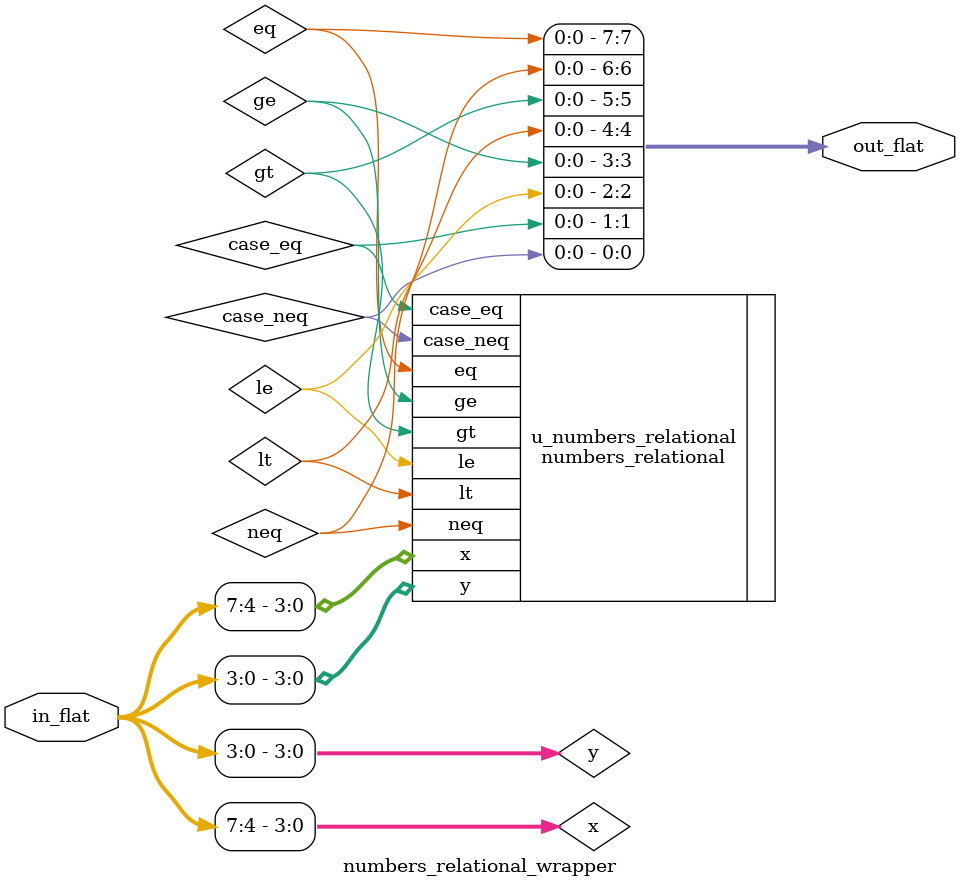
<source format=sv>
`include "numbers_relational.sv"

module numbers_relational_wrapper (
    input  wire [7:0] in_flat,
    output wire [7:0] out_flat
);

  // Slice `in_flat` into original inputs
  wire [3:0] x = in_flat[7:4];
  wire [3:0] y = in_flat[3:0];

  // Wires to capture original module outputs
  wire eq;
  wire neq;
  wire gt;
  wire lt;
  wire ge;
  wire le;
  wire case_eq;
  wire case_neq;

  // Instantiate the original module
  numbers_relational u_numbers_relational (
    .x(x),
    .y(y),
    .eq(eq),
    .neq(neq),
    .gt(gt),
    .lt(lt),
    .ge(ge),
    .le(le),
    .case_eq(case_eq),
    .case_neq(case_neq)
  );

  // Pack original outputs into `out_flat`
  assign out_flat[7] = eq;
  assign out_flat[6] = neq;
  assign out_flat[5] = gt;
  assign out_flat[4] = lt;
  assign out_flat[3] = ge;
  assign out_flat[2] = le;
  assign out_flat[1] = case_eq;
  assign out_flat[0] = case_neq;

endmodule  // numbers_relational_wrapper
</source>
